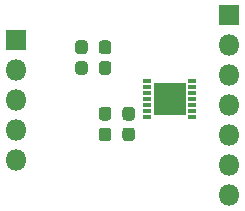
<source format=gts>
G04 #@! TF.GenerationSoftware,KiCad,Pcbnew,(5.1.6)-1*
G04 #@! TF.CreationDate,2021-04-19T16:32:52+02:00*
G04 #@! TF.ProjectId,LMP91000_Breakout_Board,4c4d5039-3130-4303-905f-427265616b6f,rev?*
G04 #@! TF.SameCoordinates,Original*
G04 #@! TF.FileFunction,Soldermask,Top*
G04 #@! TF.FilePolarity,Negative*
%FSLAX46Y46*%
G04 Gerber Fmt 4.6, Leading zero omitted, Abs format (unit mm)*
G04 Created by KiCad (PCBNEW (5.1.6)-1) date 2021-04-19 16:32:52*
%MOMM*%
%LPD*%
G01*
G04 APERTURE LIST*
%ADD10R,2.700000X2.700000*%
%ADD11R,0.700000X0.350000*%
%ADD12O,1.800000X1.800000*%
%ADD13R,1.800000X1.800000*%
G04 APERTURE END LIST*
D10*
X145975000Y-87000000D03*
D11*
X144050000Y-85500000D03*
X144050000Y-86000000D03*
X144050000Y-86500000D03*
X144050000Y-87000000D03*
X144050000Y-87500000D03*
X144050000Y-88000000D03*
X144050000Y-88500000D03*
X147850000Y-88500000D03*
X147850000Y-88000000D03*
X147850000Y-87500000D03*
X147850000Y-87000000D03*
X147850000Y-86500000D03*
X147850000Y-86000000D03*
X147850000Y-85500000D03*
G36*
G01*
X140237500Y-83800000D02*
X140762500Y-83800000D01*
G75*
G02*
X141025000Y-84062500I0J-262500D01*
G01*
X141025000Y-84687500D01*
G75*
G02*
X140762500Y-84950000I-262500J0D01*
G01*
X140237500Y-84950000D01*
G75*
G02*
X139975000Y-84687500I0J262500D01*
G01*
X139975000Y-84062500D01*
G75*
G02*
X140237500Y-83800000I262500J0D01*
G01*
G37*
G36*
G01*
X140237500Y-82050000D02*
X140762500Y-82050000D01*
G75*
G02*
X141025000Y-82312500I0J-262500D01*
G01*
X141025000Y-82937500D01*
G75*
G02*
X140762500Y-83200000I-262500J0D01*
G01*
X140237500Y-83200000D01*
G75*
G02*
X139975000Y-82937500I0J262500D01*
G01*
X139975000Y-82312500D01*
G75*
G02*
X140237500Y-82050000I262500J0D01*
G01*
G37*
G36*
G01*
X138237500Y-83800000D02*
X138762500Y-83800000D01*
G75*
G02*
X139025000Y-84062500I0J-262500D01*
G01*
X139025000Y-84687500D01*
G75*
G02*
X138762500Y-84950000I-262500J0D01*
G01*
X138237500Y-84950000D01*
G75*
G02*
X137975000Y-84687500I0J262500D01*
G01*
X137975000Y-84062500D01*
G75*
G02*
X138237500Y-83800000I262500J0D01*
G01*
G37*
G36*
G01*
X138237500Y-82050000D02*
X138762500Y-82050000D01*
G75*
G02*
X139025000Y-82312500I0J-262500D01*
G01*
X139025000Y-82937500D01*
G75*
G02*
X138762500Y-83200000I-262500J0D01*
G01*
X138237500Y-83200000D01*
G75*
G02*
X137975000Y-82937500I0J262500D01*
G01*
X137975000Y-82312500D01*
G75*
G02*
X138237500Y-82050000I262500J0D01*
G01*
G37*
D12*
X133000000Y-92160000D03*
X133000000Y-89620000D03*
X133000000Y-87080000D03*
X133000000Y-84540000D03*
D13*
X133000000Y-82000000D03*
D12*
X151000000Y-95160000D03*
X151000000Y-92620000D03*
X151000000Y-90080000D03*
X151000000Y-87540000D03*
X151000000Y-85000000D03*
X151000000Y-82460000D03*
D13*
X151000000Y-79920000D03*
G36*
G01*
X140237500Y-89425000D02*
X140762500Y-89425000D01*
G75*
G02*
X141025000Y-89687500I0J-262500D01*
G01*
X141025000Y-90312500D01*
G75*
G02*
X140762500Y-90575000I-262500J0D01*
G01*
X140237500Y-90575000D01*
G75*
G02*
X139975000Y-90312500I0J262500D01*
G01*
X139975000Y-89687500D01*
G75*
G02*
X140237500Y-89425000I262500J0D01*
G01*
G37*
G36*
G01*
X140237500Y-87675000D02*
X140762500Y-87675000D01*
G75*
G02*
X141025000Y-87937500I0J-262500D01*
G01*
X141025000Y-88562500D01*
G75*
G02*
X140762500Y-88825000I-262500J0D01*
G01*
X140237500Y-88825000D01*
G75*
G02*
X139975000Y-88562500I0J262500D01*
G01*
X139975000Y-87937500D01*
G75*
G02*
X140237500Y-87675000I262500J0D01*
G01*
G37*
G36*
G01*
X142237500Y-89425000D02*
X142762500Y-89425000D01*
G75*
G02*
X143025000Y-89687500I0J-262500D01*
G01*
X143025000Y-90312500D01*
G75*
G02*
X142762500Y-90575000I-262500J0D01*
G01*
X142237500Y-90575000D01*
G75*
G02*
X141975000Y-90312500I0J262500D01*
G01*
X141975000Y-89687500D01*
G75*
G02*
X142237500Y-89425000I262500J0D01*
G01*
G37*
G36*
G01*
X142237500Y-87675000D02*
X142762500Y-87675000D01*
G75*
G02*
X143025000Y-87937500I0J-262500D01*
G01*
X143025000Y-88562500D01*
G75*
G02*
X142762500Y-88825000I-262500J0D01*
G01*
X142237500Y-88825000D01*
G75*
G02*
X141975000Y-88562500I0J262500D01*
G01*
X141975000Y-87937500D01*
G75*
G02*
X142237500Y-87675000I262500J0D01*
G01*
G37*
M02*

</source>
